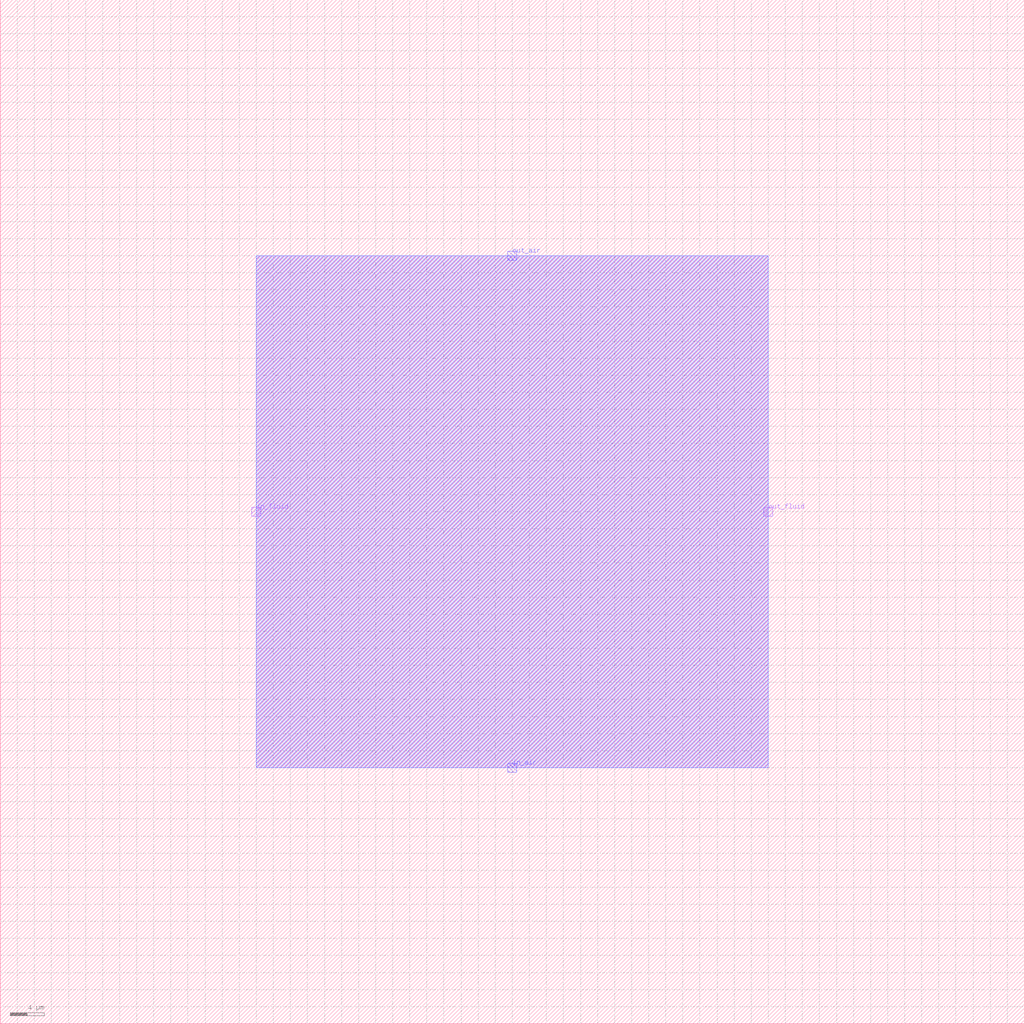
<source format=lef>
################################## FUNCTIONAL ##################################



################################### TESTING ####################################

MACRO valve_20px_1
  CLASS CORE ;
  ORIGIN  0 0 ;
  FOREIGN valve_20px_1 0 0 ;
  SIZE 120 BY 120 ;
  SYMMETRY X Y ;
  SITE CoreSite ;
  PIN in_fluid
    DIRECTION INPUT ;
    USE SIGNAL ;
    PORT
      LAYER met1 ;
        RECT 29.5 59.5 30.5 60.5 ;
    END
  END in_fluid
  PIN out_fluid
    DIRECTION OUTPUT ;
    USE SIGNAL ;
    PORT
      LAYER met1 ;
        RECT 89.5 59.5 90.5 60.5 ;
    END
  END out_fluid
  PIN in_air
    DIRECTION INPUT ;
    USE SIGNAL ;
    PORT
      LAYER met2 ;
        RECT 59.5 29.5 60.5 30.5 ;
    END
  END in_air
  PIN out_air
    DIRECTION OUTPUT ;
    USE SIGNAL ;
    PORT
      LAYER met2 ;
        RECT 59.5 89.5 60.5 90.5 ;
    END
  END out_air
  OBS
    LAYER met1 ;
      RECT 30 30 90 90 ;
    LAYER met2 ;
      RECT 30 30 90 90 ;
    LAYER met3 ;
      RECT 30 30 90 90 ;
  END
  PROPERTY CatenaDesignType "deviceLevel" ;
END valve_20px_1
</source>
